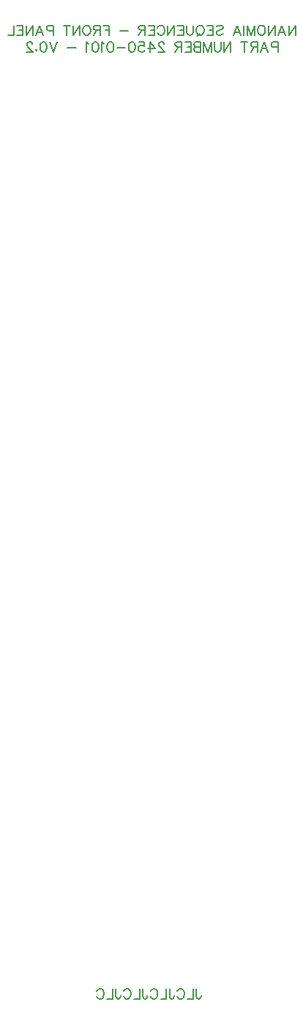
<source format=gbo>
G04 Layer: BottomSilkscreenLayer*
G04 EasyEDA v6.5.34, 2023-10-02 19:34:43*
G04 64a6683610fa45038fb05069313a4abf,5a6b42c53f6a479593ecc07194224c93,10*
G04 Gerber Generator version 0.2*
G04 Scale: 100 percent, Rotated: No, Reflected: No *
G04 Dimensions in millimeters *
G04 leading zeros omitted , absolute positions ,4 integer and 5 decimal *
%FSLAX45Y45*%
%MOMM*%

%ADD10C,0.2032*%

%LPD*%
D10*
X2574290Y997457D02*
G01*
X2574290Y910081D01*
X2579877Y893826D01*
X2585211Y888237D01*
X2596134Y882904D01*
X2607056Y882904D01*
X2617977Y888237D01*
X2623565Y893826D01*
X2628900Y910081D01*
X2628900Y921004D01*
X2538475Y997457D02*
G01*
X2538475Y882904D01*
X2538475Y882904D02*
G01*
X2472943Y882904D01*
X2355088Y970026D02*
G01*
X2360422Y980947D01*
X2371343Y991870D01*
X2382265Y997457D01*
X2404109Y997457D01*
X2415031Y991870D01*
X2425954Y980947D01*
X2431541Y970026D01*
X2436875Y953770D01*
X2436875Y926592D01*
X2431541Y910081D01*
X2425954Y899160D01*
X2415031Y888237D01*
X2404109Y882904D01*
X2382265Y882904D01*
X2371343Y888237D01*
X2360422Y899160D01*
X2355088Y910081D01*
X2264663Y997457D02*
G01*
X2264663Y910081D01*
X2269997Y893826D01*
X2275331Y888237D01*
X2286254Y882904D01*
X2297175Y882904D01*
X2308097Y888237D01*
X2313686Y893826D01*
X2319020Y910081D01*
X2319020Y921004D01*
X2228595Y997457D02*
G01*
X2228595Y882904D01*
X2228595Y882904D02*
G01*
X2163063Y882904D01*
X2045208Y970026D02*
G01*
X2050795Y980947D01*
X2061718Y991870D01*
X2072640Y997457D01*
X2094229Y997457D01*
X2105152Y991870D01*
X2116074Y980947D01*
X2121661Y970026D01*
X2126995Y953770D01*
X2126995Y926592D01*
X2121661Y910081D01*
X2116074Y899160D01*
X2105152Y888237D01*
X2094229Y882904D01*
X2072640Y882904D01*
X2061718Y888237D01*
X2050795Y899160D01*
X2045208Y910081D01*
X1954784Y997457D02*
G01*
X1954784Y910081D01*
X1960118Y893826D01*
X1965706Y888237D01*
X1976627Y882904D01*
X1987550Y882904D01*
X1998472Y888237D01*
X2003806Y893826D01*
X2009140Y910081D01*
X2009140Y921004D01*
X1918715Y997457D02*
G01*
X1918715Y882904D01*
X1918715Y882904D02*
G01*
X1853184Y882904D01*
X1735327Y970026D02*
G01*
X1740915Y980947D01*
X1751838Y991870D01*
X1762759Y997457D01*
X1784604Y997457D01*
X1795525Y991870D01*
X1806447Y980947D01*
X1811781Y970026D01*
X1817370Y953770D01*
X1817370Y926592D01*
X1811781Y910081D01*
X1806447Y899160D01*
X1795525Y888237D01*
X1784604Y882904D01*
X1762759Y882904D01*
X1751838Y888237D01*
X1740915Y899160D01*
X1735327Y910081D01*
X1644904Y997457D02*
G01*
X1644904Y910081D01*
X1650238Y893826D01*
X1655825Y888237D01*
X1666747Y882904D01*
X1677670Y882904D01*
X1688591Y888237D01*
X1693925Y893826D01*
X1699513Y910081D01*
X1699513Y921004D01*
X1608836Y997457D02*
G01*
X1608836Y882904D01*
X1608836Y882904D02*
G01*
X1543558Y882904D01*
X1425702Y970026D02*
G01*
X1431036Y980947D01*
X1441958Y991870D01*
X1452879Y997457D01*
X1474724Y997457D01*
X1485645Y991870D01*
X1496568Y980947D01*
X1501902Y970026D01*
X1507490Y953770D01*
X1507490Y926592D01*
X1501902Y910081D01*
X1496568Y899160D01*
X1485645Y888237D01*
X1474724Y882904D01*
X1452879Y882904D01*
X1441958Y888237D01*
X1431036Y899160D01*
X1425702Y910081D01*
X3721100Y12109889D02*
G01*
X3721100Y11995345D01*
X3721100Y12109889D02*
G01*
X3644737Y11995345D01*
X3644737Y12109889D02*
G01*
X3644737Y11995345D01*
X3565100Y12109889D02*
G01*
X3608735Y11995345D01*
X3565100Y12109889D02*
G01*
X3521463Y11995345D01*
X3592372Y12033526D02*
G01*
X3537828Y12033526D01*
X3485464Y12109889D02*
G01*
X3485464Y11995345D01*
X3485464Y12109889D02*
G01*
X3409101Y11995345D01*
X3409101Y12109889D02*
G01*
X3409101Y11995345D01*
X3340374Y12109889D02*
G01*
X3351283Y12104436D01*
X3362190Y12093526D01*
X3367646Y12082617D01*
X3373099Y12066254D01*
X3373099Y12038982D01*
X3367646Y12022617D01*
X3362190Y12011708D01*
X3351283Y12000798D01*
X3340374Y11995345D01*
X3318555Y11995345D01*
X3307646Y12000798D01*
X3296737Y12011708D01*
X3291283Y12022617D01*
X3285827Y12038982D01*
X3285827Y12066254D01*
X3291283Y12082617D01*
X3296737Y12093526D01*
X3307646Y12104436D01*
X3318555Y12109889D01*
X3340374Y12109889D01*
X3249828Y12109889D02*
G01*
X3249828Y11995345D01*
X3249828Y12109889D02*
G01*
X3206191Y11995345D01*
X3162556Y12109889D02*
G01*
X3206191Y11995345D01*
X3162556Y12109889D02*
G01*
X3162556Y11995345D01*
X3126554Y12109889D02*
G01*
X3126554Y11995345D01*
X3046920Y12109889D02*
G01*
X3090555Y11995345D01*
X3046920Y12109889D02*
G01*
X3003283Y11995345D01*
X3074192Y12033526D02*
G01*
X3019645Y12033526D01*
X2806920Y12093526D02*
G01*
X2817830Y12104436D01*
X2834192Y12109889D01*
X2856011Y12109889D01*
X2872374Y12104436D01*
X2883283Y12093526D01*
X2883283Y12082617D01*
X2877830Y12071708D01*
X2872374Y12066254D01*
X2861464Y12060798D01*
X2828737Y12049889D01*
X2817830Y12044436D01*
X2812374Y12038982D01*
X2806920Y12028073D01*
X2806920Y12011708D01*
X2817830Y12000798D01*
X2834192Y11995345D01*
X2856011Y11995345D01*
X2872374Y12000798D01*
X2883283Y12011708D01*
X2770919Y12109889D02*
G01*
X2770919Y11995345D01*
X2770919Y12109889D02*
G01*
X2700012Y12109889D01*
X2770919Y12055345D02*
G01*
X2727284Y12055345D01*
X2770919Y11995345D02*
G01*
X2700012Y11995345D01*
X2631285Y12109889D02*
G01*
X2642191Y12104436D01*
X2653101Y12093526D01*
X2658557Y12082617D01*
X2664010Y12066254D01*
X2664010Y12038982D01*
X2658557Y12022617D01*
X2653101Y12011708D01*
X2642191Y12000798D01*
X2631285Y11995345D01*
X2609466Y11995345D01*
X2598557Y12000798D01*
X2587647Y12011708D01*
X2582191Y12022617D01*
X2576738Y12038982D01*
X2576738Y12066254D01*
X2582191Y12082617D01*
X2587647Y12093526D01*
X2598557Y12104436D01*
X2609466Y12109889D01*
X2631285Y12109889D01*
X2614919Y12017164D02*
G01*
X2582191Y11984436D01*
X2540739Y12109889D02*
G01*
X2540739Y12028073D01*
X2535283Y12011708D01*
X2524373Y12000798D01*
X2508011Y11995345D01*
X2497101Y11995345D01*
X2480739Y12000798D01*
X2469829Y12011708D01*
X2464374Y12028073D01*
X2464374Y12109889D01*
X2428374Y12109889D02*
G01*
X2428374Y11995345D01*
X2428374Y12109889D02*
G01*
X2357465Y12109889D01*
X2428374Y12055345D02*
G01*
X2384739Y12055345D01*
X2428374Y11995345D02*
G01*
X2357465Y11995345D01*
X2321466Y12109889D02*
G01*
X2321466Y11995345D01*
X2321466Y12109889D02*
G01*
X2245103Y11995345D01*
X2245103Y12109889D02*
G01*
X2245103Y11995345D01*
X2127285Y12082617D02*
G01*
X2132738Y12093526D01*
X2143648Y12104436D01*
X2154557Y12109889D01*
X2176376Y12109889D01*
X2187285Y12104436D01*
X2198194Y12093526D01*
X2203648Y12082617D01*
X2209104Y12066254D01*
X2209104Y12038982D01*
X2203648Y12022617D01*
X2198194Y12011708D01*
X2187285Y12000798D01*
X2176376Y11995345D01*
X2154557Y11995345D01*
X2143648Y12000798D01*
X2132738Y12011708D01*
X2127285Y12022617D01*
X2091286Y12109889D02*
G01*
X2091286Y11995345D01*
X2091286Y12109889D02*
G01*
X2020376Y12109889D01*
X2091286Y12055345D02*
G01*
X2047648Y12055345D01*
X2091286Y11995345D02*
G01*
X2020376Y11995345D01*
X1984375Y12109889D02*
G01*
X1984375Y11995345D01*
X1984375Y12109889D02*
G01*
X1935284Y12109889D01*
X1918921Y12104436D01*
X1913468Y12098982D01*
X1908012Y12088073D01*
X1908012Y12077164D01*
X1913468Y12066254D01*
X1918921Y12060798D01*
X1935284Y12055345D01*
X1984375Y12055345D01*
X1946193Y12055345D02*
G01*
X1908012Y11995345D01*
X1788012Y12044436D02*
G01*
X1689831Y12044436D01*
X1569831Y12109889D02*
G01*
X1569831Y11995345D01*
X1569831Y12109889D02*
G01*
X1498922Y12109889D01*
X1569831Y12055345D02*
G01*
X1526194Y12055345D01*
X1462923Y12109889D02*
G01*
X1462923Y11995345D01*
X1462923Y12109889D02*
G01*
X1413832Y12109889D01*
X1397467Y12104436D01*
X1392013Y12098982D01*
X1386558Y12088073D01*
X1386558Y12077164D01*
X1392013Y12066254D01*
X1397467Y12060798D01*
X1413832Y12055345D01*
X1462923Y12055345D01*
X1424741Y12055345D02*
G01*
X1386558Y11995345D01*
X1317833Y12109889D02*
G01*
X1328740Y12104436D01*
X1339649Y12093526D01*
X1345105Y12082617D01*
X1350558Y12066254D01*
X1350558Y12038982D01*
X1345105Y12022617D01*
X1339649Y12011708D01*
X1328740Y12000798D01*
X1317833Y11995345D01*
X1296014Y11995345D01*
X1285105Y12000798D01*
X1274196Y12011708D01*
X1268740Y12022617D01*
X1263286Y12038982D01*
X1263286Y12066254D01*
X1268740Y12082617D01*
X1274196Y12093526D01*
X1285105Y12104436D01*
X1296014Y12109889D01*
X1317833Y12109889D01*
X1227287Y12109889D02*
G01*
X1227287Y11995345D01*
X1227287Y12109889D02*
G01*
X1150922Y11995345D01*
X1150922Y12109889D02*
G01*
X1150922Y11995345D01*
X1076741Y12109889D02*
G01*
X1076741Y11995345D01*
X1114922Y12109889D02*
G01*
X1038560Y12109889D01*
X918560Y12109889D02*
G01*
X918560Y11995345D01*
X918560Y12109889D02*
G01*
X869469Y12109889D01*
X853104Y12104436D01*
X847651Y12098982D01*
X842195Y12088073D01*
X842195Y12071708D01*
X847651Y12060798D01*
X853104Y12055345D01*
X869469Y12049889D01*
X918560Y12049889D01*
X762561Y12109889D02*
G01*
X806195Y11995345D01*
X762561Y12109889D02*
G01*
X718924Y11995345D01*
X789833Y12033526D02*
G01*
X735286Y12033526D01*
X682924Y12109889D02*
G01*
X682924Y11995345D01*
X682924Y12109889D02*
G01*
X606559Y11995345D01*
X606559Y12109889D02*
G01*
X606559Y11995345D01*
X570560Y12109889D02*
G01*
X570560Y11995345D01*
X570560Y12109889D02*
G01*
X499651Y12109889D01*
X570560Y12055345D02*
G01*
X526925Y12055345D01*
X570560Y11995345D02*
G01*
X499651Y11995345D01*
X463651Y12109889D02*
G01*
X463651Y11995345D01*
X463651Y11995345D02*
G01*
X398198Y11995345D01*
X3517900Y11919389D02*
G01*
X3517900Y11804845D01*
X3517900Y11919389D02*
G01*
X3468809Y11919389D01*
X3452446Y11913936D01*
X3446990Y11908482D01*
X3441537Y11897573D01*
X3441537Y11881208D01*
X3446990Y11870298D01*
X3452446Y11864845D01*
X3468809Y11859389D01*
X3517900Y11859389D01*
X3361900Y11919389D02*
G01*
X3405535Y11804845D01*
X3361900Y11919389D02*
G01*
X3318263Y11804845D01*
X3389172Y11843026D02*
G01*
X3334628Y11843026D01*
X3282264Y11919389D02*
G01*
X3282264Y11804845D01*
X3282264Y11919389D02*
G01*
X3233173Y11919389D01*
X3216810Y11913936D01*
X3211355Y11908482D01*
X3205901Y11897573D01*
X3205901Y11886664D01*
X3211355Y11875754D01*
X3216810Y11870298D01*
X3233173Y11864845D01*
X3282264Y11864845D01*
X3244082Y11864845D02*
G01*
X3205901Y11804845D01*
X3131718Y11919389D02*
G01*
X3131718Y11804845D01*
X3169899Y11919389D02*
G01*
X3093537Y11919389D01*
X2973537Y11919389D02*
G01*
X2973537Y11804845D01*
X2973537Y11919389D02*
G01*
X2897174Y11804845D01*
X2897174Y11919389D02*
G01*
X2897174Y11804845D01*
X2861172Y11919389D02*
G01*
X2861172Y11837573D01*
X2855719Y11821208D01*
X2844810Y11810298D01*
X2828447Y11804845D01*
X2817538Y11804845D01*
X2801172Y11810298D01*
X2790266Y11821208D01*
X2784810Y11837573D01*
X2784810Y11919389D01*
X2748810Y11919389D02*
G01*
X2748810Y11804845D01*
X2748810Y11919389D02*
G01*
X2705173Y11804845D01*
X2661538Y11919389D02*
G01*
X2705173Y11804845D01*
X2661538Y11919389D02*
G01*
X2661538Y11804845D01*
X2625537Y11919389D02*
G01*
X2625537Y11804845D01*
X2625537Y11919389D02*
G01*
X2576446Y11919389D01*
X2560083Y11913936D01*
X2554630Y11908482D01*
X2549174Y11897573D01*
X2549174Y11886664D01*
X2554630Y11875754D01*
X2560083Y11870298D01*
X2576446Y11864845D01*
X2625537Y11864845D02*
G01*
X2576446Y11864845D01*
X2560083Y11859389D01*
X2554630Y11853936D01*
X2549174Y11843026D01*
X2549174Y11826664D01*
X2554630Y11815754D01*
X2560083Y11810298D01*
X2576446Y11804845D01*
X2625537Y11804845D01*
X2513175Y11919389D02*
G01*
X2513175Y11804845D01*
X2513175Y11919389D02*
G01*
X2442265Y11919389D01*
X2513175Y11864845D02*
G01*
X2469537Y11864845D01*
X2513175Y11804845D02*
G01*
X2442265Y11804845D01*
X2406266Y11919389D02*
G01*
X2406266Y11804845D01*
X2406266Y11919389D02*
G01*
X2357175Y11919389D01*
X2340810Y11913936D01*
X2335357Y11908482D01*
X2329901Y11897573D01*
X2329901Y11886664D01*
X2335357Y11875754D01*
X2340810Y11870298D01*
X2357175Y11864845D01*
X2406266Y11864845D01*
X2368085Y11864845D02*
G01*
X2329901Y11804845D01*
X2204448Y11892117D02*
G01*
X2204448Y11897573D01*
X2198992Y11908482D01*
X2193538Y11913936D01*
X2182629Y11919389D01*
X2160811Y11919389D01*
X2149901Y11913936D01*
X2144448Y11908482D01*
X2138992Y11897573D01*
X2138992Y11886664D01*
X2144448Y11875754D01*
X2155357Y11859389D01*
X2209901Y11804845D01*
X2133539Y11804845D01*
X2042993Y11919389D02*
G01*
X2097539Y11843026D01*
X2015721Y11843026D01*
X2042993Y11919389D02*
G01*
X2042993Y11804845D01*
X1914265Y11919389D02*
G01*
X1968812Y11919389D01*
X1974265Y11870298D01*
X1968812Y11875754D01*
X1952449Y11881208D01*
X1936084Y11881208D01*
X1919721Y11875754D01*
X1908812Y11864845D01*
X1903356Y11848482D01*
X1903356Y11837573D01*
X1908812Y11821208D01*
X1919721Y11810298D01*
X1936084Y11804845D01*
X1952449Y11804845D01*
X1968812Y11810298D01*
X1974265Y11815754D01*
X1979721Y11826664D01*
X1834631Y11919389D02*
G01*
X1850994Y11913936D01*
X1861903Y11897573D01*
X1867357Y11870298D01*
X1867357Y11853936D01*
X1861903Y11826664D01*
X1850994Y11810298D01*
X1834631Y11804845D01*
X1823722Y11804845D01*
X1807357Y11810298D01*
X1796448Y11826664D01*
X1790994Y11853936D01*
X1790994Y11870298D01*
X1796448Y11897573D01*
X1807357Y11913936D01*
X1823722Y11919389D01*
X1834631Y11919389D01*
X1754995Y11853936D02*
G01*
X1656814Y11853936D01*
X1588086Y11919389D02*
G01*
X1604449Y11913936D01*
X1615358Y11897573D01*
X1620812Y11870298D01*
X1620812Y11853936D01*
X1615358Y11826664D01*
X1604449Y11810298D01*
X1588086Y11804845D01*
X1577177Y11804845D01*
X1560812Y11810298D01*
X1549902Y11826664D01*
X1544449Y11853936D01*
X1544449Y11870298D01*
X1549902Y11897573D01*
X1560812Y11913936D01*
X1577177Y11919389D01*
X1588086Y11919389D01*
X1508450Y11897573D02*
G01*
X1497540Y11903026D01*
X1481175Y11919389D01*
X1481175Y11804845D01*
X1412450Y11919389D02*
G01*
X1428813Y11913936D01*
X1439722Y11897573D01*
X1445176Y11870298D01*
X1445176Y11853936D01*
X1439722Y11826664D01*
X1428813Y11810298D01*
X1412450Y11804845D01*
X1401541Y11804845D01*
X1385176Y11810298D01*
X1374266Y11826664D01*
X1368813Y11853936D01*
X1368813Y11870298D01*
X1374266Y11897573D01*
X1385176Y11913936D01*
X1401541Y11919389D01*
X1412450Y11919389D01*
X1332814Y11897573D02*
G01*
X1321904Y11903026D01*
X1305539Y11919389D01*
X1305539Y11804845D01*
X1185539Y11853936D02*
G01*
X1087358Y11853936D01*
X967359Y11919389D02*
G01*
X923724Y11804845D01*
X880087Y11919389D02*
G01*
X923724Y11804845D01*
X811359Y11919389D02*
G01*
X827722Y11913936D01*
X838631Y11897573D01*
X844087Y11870298D01*
X844087Y11853936D01*
X838631Y11826664D01*
X827722Y11810298D01*
X811359Y11804845D01*
X800450Y11804845D01*
X784087Y11810298D01*
X773178Y11826664D01*
X767722Y11853936D01*
X767722Y11870298D01*
X773178Y11897573D01*
X784087Y11913936D01*
X800450Y11919389D01*
X811359Y11919389D01*
X726269Y11832117D02*
G01*
X731723Y11826664D01*
X726269Y11821208D01*
X720813Y11826664D01*
X726269Y11832117D01*
X679361Y11892117D02*
G01*
X679361Y11897573D01*
X673905Y11908482D01*
X668451Y11913936D01*
X657542Y11919389D01*
X635723Y11919389D01*
X624814Y11913936D01*
X619361Y11908482D01*
X613905Y11897573D01*
X613905Y11886664D01*
X619361Y11875754D01*
X630270Y11859389D01*
X684814Y11804845D01*
X608451Y11804845D01*
M02*

</source>
